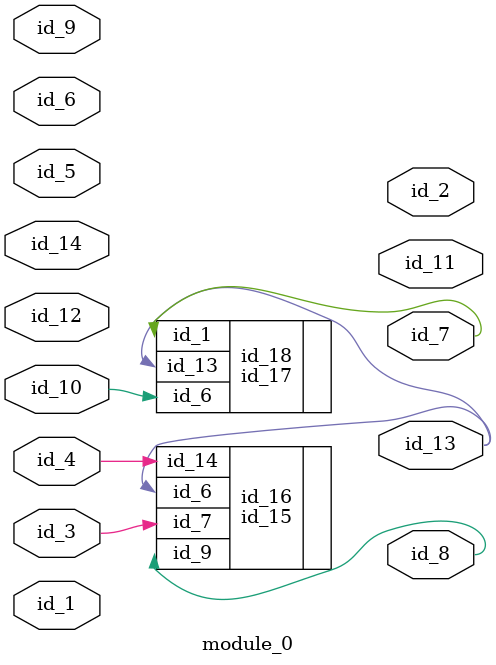
<source format=v>
module module_0 (
    id_1,
    id_2,
    id_3,
    id_4,
    id_5,
    id_6,
    id_7,
    id_8,
    id_9,
    id_10,
    id_11,
    id_12,
    id_13,
    id_14
);
  input id_14;
  output id_13;
  input id_12;
  output id_11;
  input id_10;
  input id_9;
  output id_8;
  output id_7;
  input id_6;
  input id_5;
  input id_4;
  input id_3;
  output id_2;
  input id_1;
  id_15 id_16 (
      .id_7 (id_14),
      .id_9 (id_8),
      .id_14(id_4),
      .id_7 (id_3),
      .id_6 (id_13)
  );
  id_17 id_18 (
      .id_6 (id_2),
      .id_13(id_13),
      .id_1 (id_7),
      .id_6 (id_10)
  );
endmodule

</source>
